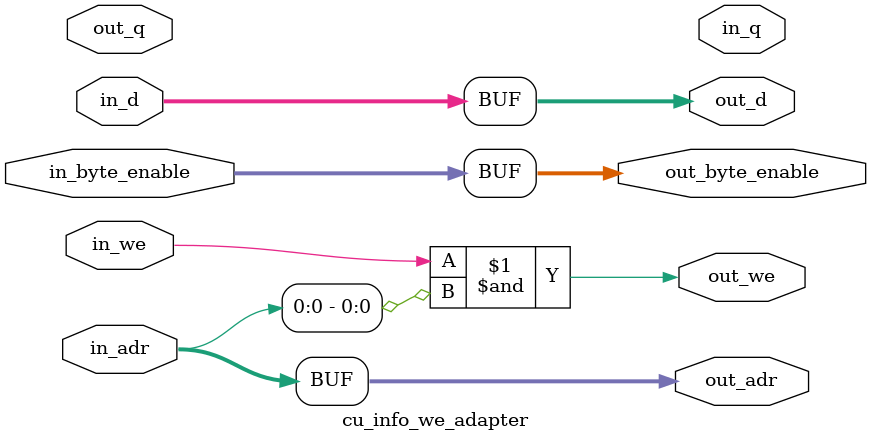
<source format=v>
/*****************************************************************************
 * This file is part of uvgKvazaarHW.
 *
 * Copyright (c) 2025, Tampere University, ITU/ISO/IEC, project contributors
 * All rights reserved.
 * 
 * Redistribution and use in source and binary forms, with or without modification,
 * are permitted provided that the following conditions are met:
 * 
 * * Redistributions of source code must retain the above copyright notice, this
 *   list of conditions and the following disclaimer.
 * 
 * * Redistributions in binary form must reproduce the above copyright notice, this
 *   list of conditions and the following disclaimer in the documentation and/or
 *   other materials provided with the distribution.
 * 
 * * Neither the name of the Tampere University or ITU/ISO/IEC nor the names of its
 *   contributors may be used to endorse or promote products derived from
 *   this software without specific prior written permission.
 * 
 * THIS SOFTWARE IS PROVIDED BY THE COPYRIGHT HOLDERS AND CONTRIBUTORS "AS IS" AND
 * ANY EXPRESS OR IMPLIED WARRANTIES, INCLUDING, BUT NOT LIMITED TO, THE IMPLIED
 * WARRANTIES OF MERCHANTABILITY AND FITNESS FOR A PARTICULAR PURPOSE ARE
 * DISCLAIMED. IN NO EVENT SHALL THE COPYRIGHT HOLDER OR CONTRIBUTORS BE LIABLE FOR
 * ANY DIRECT, INDIRECT, INCIDENTAL, SPECIAL, EXEMPLARY, OR CONSEQUENTIAL DAMAGES
 * INCLUDING, BUT NOT LIMITED TO, PROCUREMENT OF SUBSTITUTE GOODS OR SERVICES;
 * LOSS OF USE, DATA, OR PROFITS; OR BUSINESS INTERRUPTION HOWEVER CAUSED AND ON
 * ANY THEORY OF LIABILITY, WHETHER IN CONTRACT, STRICT LIABILITY, OR TORT
 * SOFTWARE, EVEN IF ADVISED OF THE POSSIBILITY OF SUCH DAMAGE.
 * INCLUDING NEGLIGENCE OR OTHERWISE ARISING IN ANY WAY OUT OF THE USE OF THIS
 ****************************************************************************/

module cu_info_we_adapter #(
    parameter ADDR_WIDTH = 12,
    parameter DATA_WIDTH = 128,
    parameter WE_SELECT = 0,
    parameter INVERT_WE = 0
)(
    input [ADDR_WIDTH-1:0] in_adr,
    input in_we,
    input [DATA_WIDTH-1:0] in_d,
    output [DATA_WIDTH-1:0] in_q,
    input [(DATA_WIDTH/8)-1:0] in_byte_enable,
    output [ADDR_WIDTH-1:0] out_adr,
    output out_we,
    output [DATA_WIDTH-1:0] out_d,
    input [DATA_WIDTH-1:0] out_q,
    output [(DATA_WIDTH/8)-1:0] out_byte_enable
);

    assign out_adr = in_adr;
    // Determine the write enable based on INVERT_WE setting
    assign out_we = (INVERT_WE == 1) ? (in_we & ~in_adr[WE_SELECT]) : (in_we & in_adr[WE_SELECT]);
    assign out_d = in_d[DATA_WIDTH-1:0];
    //assign in_q = out_q;
    assign out_byte_enable = in_byte_enable;

endmodule

</source>
